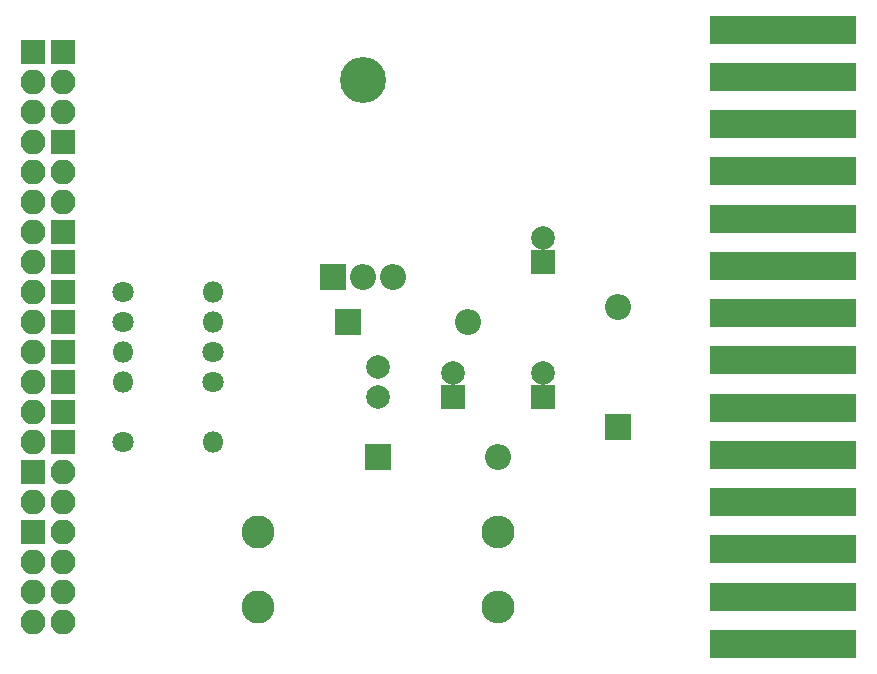
<source format=gts>
G04 #@! TF.GenerationSoftware,KiCad,Pcbnew,(5.0.0-3-g5ebb6b6)*
G04 #@! TF.CreationDate,2018-12-30T11:26:31+01:00*
G04 #@! TF.ProjectId,Leiterfolie,4C6569746572666F6C69652E6B696361,rev?*
G04 #@! TF.SameCoordinates,Original*
G04 #@! TF.FileFunction,Soldermask,Top*
G04 #@! TF.FilePolarity,Negative*
%FSLAX46Y46*%
G04 Gerber Fmt 4.6, Leading zero omitted, Abs format (unit mm)*
G04 Created by KiCad (PCBNEW (5.0.0-3-g5ebb6b6)) date Sunday, 30. December 2018 um 11:26:31*
%MOMM*%
%LPD*%
G01*
G04 APERTURE LIST*
%ADD10R,2.100000X2.100000*%
%ADD11O,2.100000X2.100000*%
%ADD12C,1.800000*%
%ADD13O,1.800000X1.800000*%
%ADD14R,12.400000X2.400000*%
%ADD15R,2.000000X2.000000*%
%ADD16C,2.000000*%
%ADD17R,2.200000X2.200000*%
%ADD18O,2.200000X2.200000*%
%ADD19C,2.800000*%
%ADD20O,2.800000X2.800000*%
%ADD21O,3.900000X3.900000*%
G04 APERTURE END LIST*
D10*
G04 #@! TO.C,J1*
X78740000Y-85090000D03*
D11*
X78740000Y-87630000D03*
X78740000Y-90170000D03*
G04 #@! TD*
D10*
G04 #@! TO.C,J2*
X76200000Y-85090000D03*
D11*
X76200000Y-87630000D03*
X76200000Y-90170000D03*
X76200000Y-92710000D03*
X76200000Y-95250000D03*
X76200000Y-97790000D03*
G04 #@! TD*
D12*
G04 #@! TO.C,R6*
X91440000Y-113030000D03*
D13*
X83820000Y-113030000D03*
G04 #@! TD*
D14*
G04 #@! TO.C,J3*
X139700000Y-135220000D03*
X139700000Y-131220000D03*
X139700000Y-127220000D03*
X139700000Y-123220000D03*
X139700000Y-119220000D03*
X139700000Y-115220000D03*
X139700000Y-111220000D03*
X139700000Y-107220000D03*
X139700000Y-103220000D03*
X139700000Y-99220000D03*
X139700000Y-95220000D03*
X139700000Y-91220000D03*
X139700000Y-87220000D03*
X139700000Y-83220000D03*
G04 #@! TD*
D12*
G04 #@! TO.C,R2*
X83820000Y-118110000D03*
D13*
X91440000Y-118110000D03*
G04 #@! TD*
D10*
G04 #@! TO.C,D3*
X78740000Y-118110000D03*
D11*
X76200000Y-118110000D03*
G04 #@! TD*
D10*
G04 #@! TO.C,J5*
X78740000Y-105410000D03*
D11*
X76200000Y-105410000D03*
G04 #@! TD*
D10*
G04 #@! TO.C,J6*
X78740000Y-92710000D03*
D11*
X78740000Y-95250000D03*
X78740000Y-97790000D03*
G04 #@! TD*
D10*
G04 #@! TO.C,D2*
X78740000Y-115570000D03*
D11*
X76200000Y-115570000D03*
G04 #@! TD*
D10*
G04 #@! TO.C,D4*
X78740000Y-113030000D03*
D11*
X76200000Y-113030000D03*
G04 #@! TD*
D10*
G04 #@! TO.C,D5*
X78740000Y-110490000D03*
D11*
X76200000Y-110490000D03*
G04 #@! TD*
D10*
G04 #@! TO.C,D6*
X78740000Y-107950000D03*
D11*
X76200000Y-107950000D03*
G04 #@! TD*
D10*
G04 #@! TO.C,J7*
X78740000Y-100330000D03*
D11*
X76200000Y-100330000D03*
G04 #@! TD*
D10*
G04 #@! TO.C,J8*
X76200000Y-120650000D03*
D11*
X78740000Y-120650000D03*
X76200000Y-123190000D03*
X78740000Y-123190000D03*
G04 #@! TD*
D10*
G04 #@! TO.C,J4*
X78740000Y-102870000D03*
D11*
X76200000Y-102870000D03*
G04 #@! TD*
D15*
G04 #@! TO.C,C1*
X119380000Y-114300000D03*
D16*
X119380000Y-112300000D03*
G04 #@! TD*
D15*
G04 #@! TO.C,C2*
X111760000Y-114300000D03*
D16*
X111760000Y-112300000D03*
G04 #@! TD*
G04 #@! TO.C,C3*
X105410000Y-114300000D03*
X105410000Y-111800000D03*
G04 #@! TD*
D17*
G04 #@! TO.C,D1*
X105410000Y-119380000D03*
D18*
X115570000Y-119380000D03*
G04 #@! TD*
D17*
G04 #@! TO.C,D7*
X125730000Y-116840000D03*
D18*
X125730000Y-106680000D03*
G04 #@! TD*
D17*
G04 #@! TO.C,D8*
X102870000Y-107950000D03*
D18*
X113030000Y-107950000D03*
G04 #@! TD*
D12*
G04 #@! TO.C,R1*
X83820000Y-107950000D03*
D13*
X91440000Y-107950000D03*
G04 #@! TD*
D12*
G04 #@! TO.C,R3*
X83820000Y-105410000D03*
D13*
X91440000Y-105410000D03*
G04 #@! TD*
D12*
G04 #@! TO.C,R7*
X91440000Y-110490000D03*
D13*
X83820000Y-110490000D03*
G04 #@! TD*
D19*
G04 #@! TO.C,R4*
X95250000Y-132080000D03*
D20*
X115570000Y-132080000D03*
G04 #@! TD*
D19*
G04 #@! TO.C,R5*
X95250000Y-125730000D03*
D20*
X115570000Y-125730000D03*
G04 #@! TD*
D21*
G04 #@! TO.C,U1*
X104140000Y-87480000D03*
D17*
X101600000Y-104140000D03*
D18*
X104140000Y-104140000D03*
X106680000Y-104140000D03*
G04 #@! TD*
D10*
G04 #@! TO.C,J9*
X76200000Y-125730000D03*
D11*
X78740000Y-125730000D03*
X76200000Y-128270000D03*
X78740000Y-128270000D03*
X76200000Y-130810000D03*
X78740000Y-130810000D03*
X76200000Y-133350000D03*
X78740000Y-133350000D03*
G04 #@! TD*
D15*
G04 #@! TO.C,C4*
X119380000Y-102870000D03*
D16*
X119380000Y-100870000D03*
G04 #@! TD*
M02*

</source>
